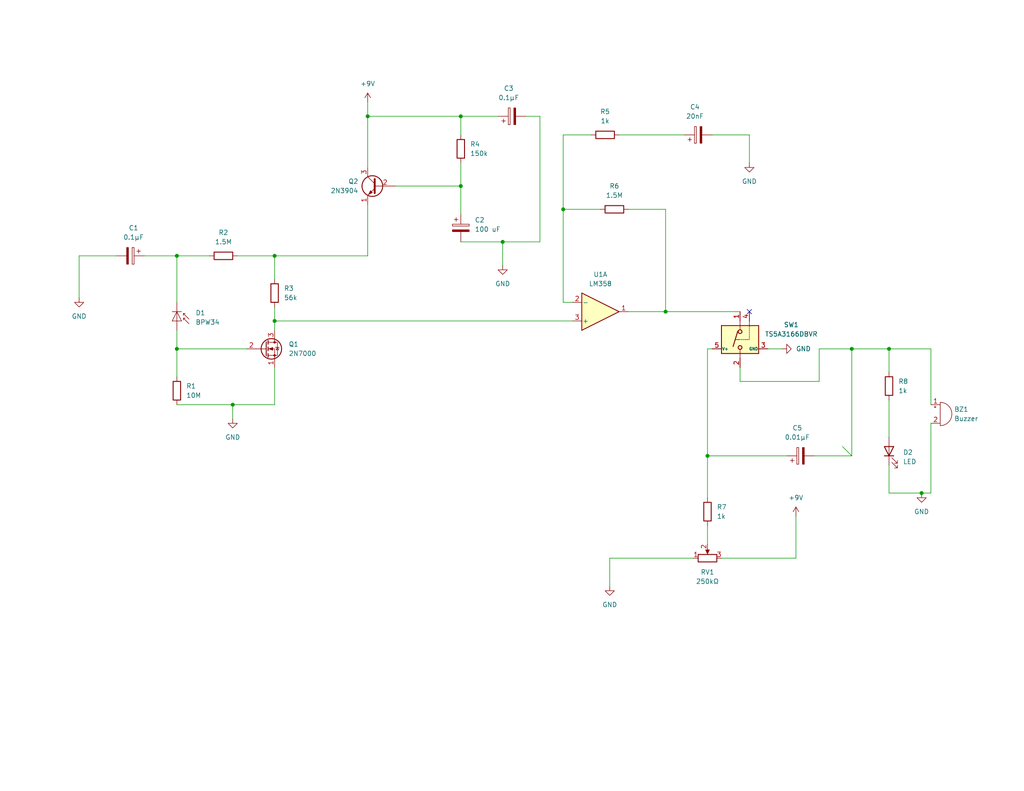
<source format=kicad_sch>
(kicad_sch (version 20211123) (generator eeschema)
  (paper "USLetter")
  (title_block (title "gammaray2usb") (date "2021-12-27") (rev "0.2") (company "Fork Sand, Inc."))
  (lib_symbols
    (symbol "Amplifier_Operational:LM358" (pin_names (offset 0.127))
      (property "Reference" "U" (at 0 5.08 0))
      (property "Value" "LM358" (at 0 -5.08 0))
      (symbol "LM358_1_1"
        (polyline (pts (xy -5.08 5.08) (xy 5.08 0) (xy -5.08 -5.08) (xy -5.08 5.08)) (stroke (width 0.254)) (fill (type background)))
        (pin output line (at 7.62 0 180) (length 2.54) (name "~") (number "1"))
        (pin input line (at -7.62 -2.54 0) (length 2.54) (name "-") (number "2"))
        (pin input line (at -7.62 2.54 0) (length 2.54) (name "+") (number "3"))
      )
      (symbol "LM358_2_1"
        (polyline (pts (xy -5.08 5.08) (xy 5.08 0) (xy -5.08 -5.08) (xy -5.08 5.08)) (stroke (width 0.254)) (fill (type background)))
        (pin input line (at -7.62 2.54 0) (length 2.54) (name "+") (number "5"))
        (pin input line (at -7.62 -2.54 0) (length 2.54) (name "-") (number "6"))
        (pin output line (at 7.62 0 180) (length 2.54) (name "~") (number "7"))
      )
      (symbol "LM358_3_1"
        (pin power_in line (at -2.54 -7.62 90) (length 3.81) (name "V-") (number "4"))
        (pin power_in line (at -2.54 7.62 270) (length 3.81) (name "V+") (number "8"))
      )
    )
    (symbol "Analog_Switch:TS5A3166DBVR" (pin_names (offset 0.127))
      (property "Reference" "U" (at -3.81 6.35 0))
      (property "Value" "TS5A3166DBVR" (at 3.81 -6.35 0))
      (symbol "TS5A3166DBVR_0_1"
        (polyline (pts (xy -5.08 -2.54) (xy -3.302 -2.54)))
        (polyline (pts (xy -3.048 -2.54) (xy -2.794 -2.54)))
        (polyline (pts (xy -2.54 -2.54) (xy -2.286 -2.54)))
        (polyline (pts (xy -2.032 -2.54) (xy -1.778 -2.54)))
        (polyline (pts (xy -1.524 -2.54) (xy -1.27 -2.54)))
        (polyline (pts (xy -1.016 -2.54) (xy -0.762 -2.54)))
        (polyline (pts (xy -0.508 -2.54) (xy -0.254 -2.54)))
        (polyline (pts (xy 0 -2.032) (xy 0 -1.778)))
        (polyline (pts (xy 0 -1.524) (xy 0 -1.27)))
      )
      (symbol "TS5A3166DBVR_1_1"
        (rectangle (start -3.81 5.08) (end 3.81 -5.08) (stroke (width 0.254)) (fill (type background)))
        (circle (center -2.159 0) (radius 0.508) (stroke (width 0.254)))
        (polyline (pts (xy -5.08 0) (xy -2.794 0)))
        (polyline (pts (xy -2.286 0.635) (xy 1.905 1.905)) (stroke (width 0.254)))
        (polyline (pts (xy 0 -2.54) (xy 0 -2.286)))
        (polyline (pts (xy 0 -2.032) (xy 0 -1.778)))
        (polyline (pts (xy 0 -1.524) (xy 0 -1.27)))
        (polyline (pts (xy 0 -1.016) (xy 0 -0.762)))
        (polyline (pts (xy 0 -0.508) (xy 0 -0.254)))
        (polyline (pts (xy 0 0) (xy 0 0.508)))
        (polyline (pts (xy 0 0.254) (xy 0 1.27)))
        (polyline (pts (xy 5.08 0) (xy 2.794 0)))
        (circle (center 2.159 0) (radius 0.508) (stroke (width 0.254)))
        (pin passive line (at -7.62 0 0) (length 2.54) (name "~") (number "1"))
        (pin passive line (at 7.62 0 180) (length 2.54) (name "~") (number "2"))
        (pin power_in line (at 2.54 -7.62 90) (length 2.54) (name "GND") (number "3"))
        (pin input line (at -7.62 -2.54 0) (length 2.54) (name "~") (number "4"))
        (pin power_in line (at 2.54 7.62 270) (length 2.54) (name "V+") (number "5"))
      )
    )
    (symbol "Device:Buzzer" (pin_names (offset 0.0254) hide)
      (property "Reference" "BZ" (at 3.81 1.27 0))
      (property "Value" "Buzzer" (at 3.81 -1.27 0))
      (symbol "Buzzer_0_1"
        (arc (start 0 -3.175) (mid 3.175 0) (end 0 3.175))
        (polyline (pts (xy -1.651 1.905) (xy -1.143 1.905)))
        (polyline (pts (xy -1.397 2.159) (xy -1.397 1.651)))
        (polyline (pts (xy 0 3.175) (xy 0 -3.175)))
      )
      (symbol "Buzzer_1_1"
        (pin passive line (at -2.54 2.54 0) (length 2.54) (name "-") (number "1"))
        (pin passive line (at -2.54 -2.54 0) (length 2.54) (name "+") (number "2"))
      )
    )
    (symbol "Device:C_Polarized" (pin_numbers hide) (pin_names (offset 0.254))
      (property "Reference" "C" (at 0.635 2.54 0))
      (property "Value" "C_Polarized" (at 0.635 -2.54 0))
      (symbol "C_Polarized_0_1"
        (rectangle (start -2.286 0.508) (end 2.286 1.016))
        (polyline (pts (xy -1.778 2.286) (xy -0.762 2.286)))
        (polyline (pts (xy -1.27 2.794) (xy -1.27 1.778)))
        (rectangle (start 2.286 -0.508) (end -2.286 -1.016) (fill (type outline)))
      )
      (symbol "C_Polarized_1_1"
        (pin passive line (at 0 3.81 270) (length 2.794) (name "~") (number "1"))
        (pin passive line (at 0 -3.81 90) (length 2.794) (name "~") (number "2"))
      )
    )
    (symbol "Device:LED" (pin_numbers hide) (pin_names (offset 1.016) hide)
      (property "Reference" "D" (at 0 2.54 0))
      (property "Value" "LED" (at 0 -2.54 0))
      (symbol "LED_0_1"
        (polyline (pts (xy -1.27 -1.27) (xy -1.27 1.27)) (stroke (width 0.254)))
        (polyline (pts (xy -1.27 0) (xy 1.27 0)))
        (polyline (pts (xy 1.27 -1.27) (xy 1.27 1.27) (xy -1.27 0) (xy 1.27 -1.27)) (stroke (width 0.254)))
        (polyline (pts (xy -3.048 -0.762) (xy -4.572 -2.286) (xy -3.81 -2.286) (xy -4.572 -2.286) (xy -4.572 -1.524)))
        (polyline (pts (xy -1.778 -0.762) (xy -3.302 -2.286) (xy -2.54 -2.286) (xy -3.302 -2.286) (xy -3.302 -1.524)))
      )
      (symbol "LED_1_1"
        (pin passive line (at -3.81 0 0) (length 2.54) (name "K") (number "1"))
        (pin passive line (at 3.81 0 180) (length 2.54) (name "A") (number "2"))
      )
    )
    (symbol "Device:R" (pin_numbers hide) (pin_names (offset 0))
      (property "Reference" "R" (at 2.032 0 90))
      (property "Value" "R" (at 0 0 90))
      (symbol "R_0_1"
        (rectangle (start -1.016 -2.54) (end 1.016 2.54) (stroke (width 0.254)))
      )
      (symbol "R_1_1"
        (pin passive line (at 0 3.81 270) (length 1.27) (name "~") (number "1"))
        (pin passive line (at 0 -3.81 90) (length 1.27) (name "~") (number "2"))
      )
    )
    (symbol "Device:R_Potentiometer" (pin_names (offset 1.016) hide)
      (property "Reference" "RV" (at -4.445 0 90))
      (property "Value" "R_Potentiometer" (at -2.54 0 90))
      (symbol "R_Potentiometer_0_1"
        (polyline (pts (xy 2.54 0) (xy 1.524 0)))
        (polyline (pts (xy 1.143 0) (xy 2.286 0.508) (xy 2.286 -0.508) (xy 1.143 0)) (fill (type outline)))
        (rectangle (start 1.016 2.54) (end -1.016 -2.54) (stroke (width 0.254)))
      )
      (symbol "R_Potentiometer_1_1"
        (pin passive line (at 0 3.81 270) (length 1.27) (name "1") (number "1"))
        (pin passive line (at 3.81 0 180) (length 1.27) (name "2") (number "2"))
        (pin passive line (at 0 -3.81 90) (length 1.27) (name "3") (number "3"))
      )
    )
    (symbol "Sensor_Optical:BPW34" (pin_numbers hide) (pin_names (offset 1.016) hide)
      (property "Reference" "D" (at 0.508 1.778 0))
      (property "Value" "BPW34" (at -1.016 -2.794 0))
      (symbol "BPW34_0_1"
        (polyline (pts (xy -2.54 1.27) (xy -2.54 -1.27)) (stroke (width 0.1524)))
        (polyline (pts (xy -2.032 1.778) (xy -1.524 1.778)))
        (polyline (pts (xy 0 -1.27) (xy 0 1.27)))
        (polyline (pts (xy 0 0) (xy -2.54 0)))
        (polyline (pts (xy -0.508 3.302) (xy -2.032 1.778) (xy -2.032 2.286)))
        (polyline (pts (xy 0 1.27) (xy -2.54 0) (xy 0 -1.27)))
        (polyline (pts (xy 0.762 3.302) (xy -0.762 1.778) (xy -0.762 2.286) (xy -0.762 1.778) (xy -0.254 1.778)))
      )
      (symbol "BPW34_1_1"
        (pin passive line (at -5.08 0 0) (length 2.54) (name "K") (number "1"))
        (pin passive line (at 2.54 0 180) (length 2.54) (name "A") (number "2"))
      )
    )
    (symbol "Transistor_BJT:2N3904" (pin_names (offset 0) hide)
      (property "Reference" "Q" (at 5.08 1.905 0))
      (property "Value" "2N3904" (at 5.08 0 0))
      (symbol "2N3904_0_1"
        (polyline (pts (xy 0.635 0.635) (xy 2.54 2.54)))
        (polyline (pts (xy 0.635 -0.635) (xy 2.54 -2.54) (xy 2.54 -2.54)))
        (polyline (pts (xy 0.635 1.905) (xy 0.635 -1.905) (xy 0.635 -1.905)) (stroke (width 0.508)))
        (polyline (pts (xy 1.27 -1.778) (xy 1.778 -1.27) (xy 2.286 -2.286) (xy 1.27 -1.778) (xy 1.27 -1.778)) (fill (type outline)))
        (circle (center 1.27 0) (radius 2.8194) (stroke (width 0.254)))
      )
      (symbol "2N3904_1_1"
        (pin passive line (at 2.54 -5.08 90) (length 2.54) (name "E") (number "1"))
        (pin passive line (at -5.08 0 0) (length 5.715) (name "B") (number "2"))
        (pin passive line (at 2.54 5.08 270) (length 2.54) (name "C") (number "3"))
      )
    )
    (symbol "Transistor_FET:2N7000" (pin_names hide)
      (property "Reference" "Q" (at 5.08 1.905 0))
      (property "Value" "2N7000" (at 5.08 0 0))
      (symbol "2N7000_0_1"
        (polyline (pts (xy 0.254 0) (xy -2.54 0)))
        (polyline (pts (xy 0.254 1.905) (xy 0.254 -1.905)) (stroke (width 0.254)))
        (polyline (pts (xy 0.762 -1.27) (xy 0.762 -2.286)) (stroke (width 0.254)))
        (polyline (pts (xy 0.762 0.508) (xy 0.762 -0.508)) (stroke (width 0.254)))
        (polyline (pts (xy 0.762 2.286) (xy 0.762 1.27)) (stroke (width 0.254)))
        (polyline (pts (xy 2.54 2.54) (xy 2.54 1.778)))
        (polyline (pts (xy 2.54 -2.54) (xy 2.54 0) (xy 0.762 0)))
        (polyline (pts (xy 0.762 -1.778) (xy 3.302 -1.778) (xy 3.302 1.778) (xy 0.762 1.778)))
        (polyline (pts (xy 1.016 0) (xy 2.032 0.381) (xy 2.032 -0.381) (xy 1.016 0)) (fill (type outline)))
        (polyline (pts (xy 2.794 0.508) (xy 2.921 0.381) (xy 3.683 0.381) (xy 3.81 0.254)))
        (polyline (pts (xy 3.302 0.381) (xy 2.921 -0.254) (xy 3.683 -0.254) (xy 3.302 0.381)))
        (circle (center 1.651 0) (radius 2.794) (stroke (width 0.254)))
        (circle (center 2.54 -1.778) (radius 0.254) (fill (type outline)))
        (circle (center 2.54 1.778) (radius 0.254) (fill (type outline)))
      )
      (symbol "2N7000_1_1"
        (pin passive line (at 2.54 -5.08 90) (length 2.54) (name "S") (number "1"))
        (pin input line (at -5.08 0 0) (length 2.54) (name "G") (number "2"))
        (pin passive line (at 2.54 5.08 270) (length 2.54) (name "D") (number "3"))
      )
    )
    (symbol "power:+9V" (power) (pin_names (offset 0))
      (property "Value" "+9V" (at 0 3.556 0))
      (symbol "+9V_0_1"
        (polyline (pts (xy -0.762 1.27) (xy 0 2.54)))
        (polyline (pts (xy 0 0) (xy 0 2.54)))
        (polyline (pts (xy 0 2.54) (xy 0.762 1.27)))
      )
      (symbol "+9V_1_1"
        (pin power_in line (at 0 0 90) (length 0) hide (name "+9V") (number "1"))
      )
    )
    (symbol "power:GND" (power) (pin_names (offset 0))
      (property "Value" "GND" (at 0 -3.81 0))
      (symbol "GND_0_1"
        (polyline (pts (xy 0 0) (xy 0 -1.27) (xy 1.27 -1.27) (xy 0 -2.54) (xy -1.27 -1.27) (xy 0 -1.27)))
      )
      (symbol "GND_1_1"
        (pin power_in line (at 0 0 270) (length 0) hide (name "GND") (number "1"))
      )
    )
  )
  (junction (at 251.46 134.62))
  (junction (at 48.26 69.85))
  (junction (at 242.57 95.25))
  (junction (at 153.67 57.15))
  (junction (at 48.26 95.25))
  (junction (at 125.73 31.75))
  (junction (at 74.93 87.63))
  (junction (at 125.73 50.8))
  (junction (at 232.41 95.25))
  (junction (at 181.61 85.09))
  (junction (at 193.04 124.46))
  (junction (at 100.33 31.75))
  (junction (at 74.93 69.85))
  (junction (at 137.16 66.04))
  (junction (at 63.5 110.49))
  (no_connect (at 204.47 85.09))
  (bus_entry (at 229.87 121.92) (size 2.54 2.54))
  (wire (pts (xy 251.46 134.62) (xy 254 134.62)))
  (wire (pts (xy 137.16 66.04) (xy 137.16 72.39)))
  (wire (pts (xy 181.61 85.09) (xy 201.93 85.09)))
  (wire (pts (xy 156.21 82.55) (xy 153.67 82.55)))
  (wire (pts (xy 48.26 69.85) (xy 48.26 82.55)))
  (wire (pts (xy 100.33 55.88) (xy 100.33 69.85)))
  (wire (pts (xy 48.26 69.85) (xy 57.15 69.85)))
  (wire (pts (xy 143.51 31.75) (xy 147.32 31.75)))
  (wire (pts (xy 254 115.57) (xy 254 134.62)))
  (wire (pts (xy 153.67 36.83) (xy 161.29 36.83)))
  (wire (pts (xy 166.37 152.4) (xy 166.37 160.02)))
  (wire (pts (xy 196.85 152.4) (xy 217.17 152.4)))
  (wire (pts (xy 100.33 69.85) (xy 74.93 69.85)))
  (wire (pts (xy 254 95.25) (xy 242.57 95.25)))
  (wire (pts (xy 204.47 36.83) (xy 204.47 44.45)))
  (wire (pts (xy 193.04 124.46) (xy 193.04 95.25)))
  (wire (pts (xy 242.57 134.62) (xy 251.46 134.62)))
  (wire (pts (xy 222.25 124.46) (xy 232.41 124.46)))
  (wire (pts (xy 193.04 124.46) (xy 193.04 135.89)))
  (wire (pts (xy 242.57 95.25) (xy 232.41 95.25)))
  (wire (pts (xy 223.52 104.14) (xy 223.52 95.25)))
  (wire (pts (xy 48.26 95.25) (xy 48.26 102.87)))
  (wire (pts (xy 125.73 31.75) (xy 125.73 36.83)))
  (wire (pts (xy 254 110.49) (xy 254 95.25)))
  (wire (pts (xy 193.04 95.25) (xy 194.31 95.25)))
  (wire (pts (xy 74.93 83.82) (xy 74.93 87.63)))
  (wire (pts (xy 39.37 69.85) (xy 48.26 69.85)))
  (wire (pts (xy 137.16 66.04) (xy 147.32 66.04)))
  (wire (pts (xy 147.32 31.75) (xy 147.32 66.04)))
  (wire (pts (xy 107.95 50.8) (xy 125.73 50.8)))
  (wire (pts (xy 100.33 27.94) (xy 100.33 31.75)))
  (wire (pts (xy 74.93 87.63) (xy 74.93 90.17)))
  (wire (pts (xy 242.57 127) (xy 242.57 134.62)))
  (wire (pts (xy 125.73 50.8) (xy 125.73 58.42)))
  (wire (pts (xy 168.91 36.83) (xy 186.69 36.83)))
  (wire (pts (xy 201.93 104.14) (xy 223.52 104.14)))
  (wire (pts (xy 64.77 69.85) (xy 74.93 69.85)))
  (wire (pts (xy 125.73 31.75) (xy 135.89 31.75)))
  (wire (pts (xy 181.61 57.15) (xy 181.61 85.09)))
  (wire (pts (xy 242.57 95.25) (xy 242.57 101.6)))
  (wire (pts (xy 74.93 87.63) (xy 156.21 87.63)))
  (wire (pts (xy 171.45 85.09) (xy 181.61 85.09)))
  (wire (pts (xy 125.73 66.04) (xy 137.16 66.04)))
  (wire (pts (xy 189.23 152.4) (xy 166.37 152.4)))
  (wire (pts (xy 153.67 57.15) (xy 163.83 57.15)))
  (wire (pts (xy 193.04 143.51) (xy 193.04 148.59)))
  (wire (pts (xy 21.59 81.28) (xy 21.59 69.85)))
  (wire (pts (xy 171.45 57.15) (xy 181.61 57.15)))
  (wire (pts (xy 223.52 95.25) (xy 232.41 95.25)))
  (wire (pts (xy 63.5 110.49) (xy 74.93 110.49)))
  (wire (pts (xy 74.93 100.33) (xy 74.93 110.49)))
  (wire (pts (xy 242.57 109.22) (xy 242.57 119.38)))
  (wire (pts (xy 209.55 95.25) (xy 213.36 95.25)))
  (wire (pts (xy 21.59 69.85) (xy 31.75 69.85)))
  (wire (pts (xy 153.67 57.15) (xy 153.67 36.83)))
  (wire (pts (xy 153.67 82.55) (xy 153.67 57.15)))
  (wire (pts (xy 193.04 124.46) (xy 214.63 124.46)))
  (wire (pts (xy 217.17 140.97) (xy 217.17 152.4)))
  (wire (pts (xy 74.93 69.85) (xy 74.93 76.2)))
  (wire (pts (xy 63.5 110.49) (xy 63.5 114.3)))
  (wire (pts (xy 48.26 90.17) (xy 48.26 95.25)))
  (wire (pts (xy 201.93 100.33) (xy 201.93 104.14)))
  (wire (pts (xy 194.31 36.83) (xy 204.47 36.83)))
  (wire (pts (xy 48.26 110.49) (xy 63.5 110.49)))
  (wire (pts (xy 232.41 95.25) (xy 232.41 124.46)))
  (wire (pts (xy 100.33 31.75) (xy 125.73 31.75)))
  (wire (pts (xy 100.33 31.75) (xy 100.33 45.72)))
  (wire (pts (xy 125.73 44.45) (xy 125.73 50.8)))
  (wire (pts (xy 48.26 95.25) (xy 67.31 95.25)))
  (symbol (lib_id "Device:C_Polarized") (at 125.73 62.23 0) (unit 1)
    (property "Reference" "C2" (at 129.54 60.0709 0) (effects (justify left)))
    (property "Value" "100 uF" (at 129.54 62.6109 0) (effects (justify left)))
    (property "Footprint" "Capacitor_THT:CP_Axial_L10.0mm_D4.5mm_P15.00mm_Horizontal" (effects hide))
  )
  (symbol (lib_id "Device:C_Polarized") (at 139.7 31.75 90) (unit 1)
    (property "Reference" "C3" (at 138.811 24.13 90))
    (property "Value" "0.1µF" (at 138.811 26.67 90))
    (property "Footprint" "Capacitor_THT:CP_Axial_L10.0mm_D4.5mm_P15.00mm_Horizontal" (effects hide))
  )
  (symbol (lib_id "power:GND") (at 213.36 95.25 90) (unit 1)
    (property "Reference" "#PWR07" (effects hide))
    (property "Value" "GND" (at 217.17 95.2499 90) (effects (justify right)))
  )
  (symbol (lib_id "power:GND") (at 137.16 72.39 0) (unit 1)
    (property "Reference" "#PWR04" (effects hide))
    (property "Value" "GND" (at 137.16 77.47 0))
  )
  (symbol (lib_id "Device:R") (at 193.04 139.7 180) (unit 1)
    (property "Reference" "R7" (at 195.58 138.4299 0) (effects (justify right)))
    (property "Value" "1k" (at 195.58 140.9699 0) (effects (justify right)))
    (property "Footprint" "Resistor_THT:R_Axial_DIN0207_L6.3mm_D2.5mm_P10.16mm_Horizontal" (effects hide))
  )
  (symbol (lib_id "Transistor_BJT:2N3904") (at 102.87 50.8 0) (mirror y) (unit 1)
    (property "Reference" "Q2" (at 97.79 49.5299 0) (effects (justify left)))
    (property "Value" "2N3904" (at 97.79 52.0699 0) (effects (justify left)))
    (property "Footprint" "Package_TO_SOT_THT:TO-92_Inline" (effects hide))
    (property "Datasheet" "https://www.onsemi.com/pub/Collateral/2N3903-D.PDF" (effects hide))
  )
  (symbol (lib_id "Device:R") (at 60.96 69.85 90) (unit 1)
    (property "Reference" "R2" (at 60.96 63.5 90))
    (property "Value" "1.5M" (at 60.96 66.04 90))
    (property "Footprint" "Resistor_THT:R_Axial_DIN0207_L6.3mm_D2.5mm_P10.16mm_Horizontal" (effects hide))
  )
  (symbol (lib_id "Device:R") (at 125.73 40.64 0) (unit 1)
    (property "Reference" "R4" (at 128.27 39.3699 0) (effects (justify left)))
    (property "Value" "150k" (at 128.27 41.9099 0) (effects (justify left)))
    (property "Footprint" "Resistor_THT:R_Axial_DIN0207_L6.3mm_D2.5mm_P10.16mm_Horizontal" (effects hide))
  )
  (symbol (lib_id "Device:LED") (at 242.57 123.19 90) (unit 1)
    (property "Reference" "D2" (at 246.38 123.5074 90) (effects (justify right)))
    (property "Value" "LED" (at 246.38 126.0474 90) (effects (justify right)))
    (property "Footprint" "LED_THT:LED_D5.0mm" (effects hide))
  )
  (symbol (lib_id "Device:R") (at 167.64 57.15 90) (unit 1)
    (property "Reference" "R6" (at 167.64 50.8 90))
    (property "Value" "1.5M" (at 167.64 53.34 90))
    (property "Footprint" "Resistor_THT:R_Axial_DIN0207_L6.3mm_D2.5mm_P10.16mm_Horizontal" (effects hide))
  )
  (symbol (lib_id "power:GND") (at 251.46 134.62 0) (unit 1)
    (property "Reference" "#PWR09" (effects hide))
    (property "Value" "GND" (at 251.46 139.7 0))
  )
  (symbol (lib_id "Device:R") (at 165.1 36.83 90) (unit 1)
    (property "Reference" "R5" (at 165.1 30.48 90))
    (property "Value" "1k" (at 165.1 33.02 90))
    (property "Footprint" "Resistor_THT:R_Axial_DIN0207_L6.3mm_D2.5mm_P10.16mm_Horizontal" (effects hide))
  )
  (symbol (lib_id "Device:R") (at 48.26 106.68 0) (unit 1)
    (property "Reference" "R1" (at 50.8 105.4099 0) (effects (justify left)))
    (property "Value" "10M" (at 50.8 107.9499 0) (effects (justify left)))
    (property "Footprint" "Resistor_THT:R_Axial_DIN0207_L6.3mm_D2.5mm_P10.16mm_Horizontal" (effects hide))
  )
  (symbol (lib_id "Device:C_Polarized") (at 190.5 36.83 90) (unit 1)
    (property "Reference" "C4" (at 189.611 29.21 90))
    (property "Value" "20nF" (at 189.611 31.75 90))
    (property "Footprint" "Capacitor_THT:CP_Axial_L10.0mm_D4.5mm_P15.00mm_Horizontal" (effects hide))
  )
  (symbol (lib_id "Transistor_FET:2N7000") (at 72.39 95.25 0) (unit 1)
    (property "Reference" "Q1" (at 78.74 93.9799 0) (effects (justify left)))
    (property "Value" "2N7000" (at 78.74 96.5199 0) (effects (justify left)))
    (property "Footprint" "Package_TO_SOT_THT:TO-92_Inline" (effects hide))
    (property "Datasheet" "https://www.onsemi.com/pub/Collateral/NDS7002A-D.PDF" (effects hide))
  )
  (symbol (lib_id "Device:Buzzer") (at 256.54 113.03 0) (unit 1)
    (property "Reference" "BZ1" (at 260.35 111.7599 0) (effects (justify left)))
    (property "Value" "Buzzer" (at 260.35 114.2999 0) (effects (justify left)))
    (property "Footprint" "Buzzer_Beeper:Buzzer_15x7.5RM7.6" (effects hide))
  )
  (symbol (lib_id "Analog_Switch:TS5A3166DBVR") (at 201.93 92.71 90) (mirror x) (unit 1)
    (property "Reference" "SW1" (at 215.9 88.6712 90))
    (property "Value" "TS5A3166DBVR" (at 215.9 91.2112 90))
    (property "Footprint" "Package_TO_SOT_SMD:SOT-23-5" (effects hide))
    (property "Datasheet" " http://www.ti.com/lit/ds/symlink/ts5a3166.pdf" (effects hide))
  )
  (symbol (lib_id "Sensor_Optical:BPW34") (at 48.26 87.63 270) (unit 1)
    (property "Reference" "D1" (at 53.34 85.4328 90) (effects (justify left)))
    (property "Value" "BPW34" (at 53.34 87.9728 90) (effects (justify left)))
    (property "Footprint" "OptoDevice:Osram_DIL2_4.3x4.65mm_P5.08mm" (effects hide))
    (property "Datasheet" "http://www.vishay.com/docs/81521/bpw34.pdf" (effects hide))
  )
  (symbol (lib_id "Device:R") (at 74.93 80.01 0) (unit 1)
    (property "Reference" "R3" (at 77.47 78.7399 0) (effects (justify left)))
    (property "Value" "56k" (at 77.47 81.2799 0) (effects (justify left)))
    (property "Footprint" "Resistor_THT:R_Axial_DIN0207_L6.3mm_D2.5mm_P10.16mm_Horizontal" (effects hide))
  )
  (symbol (lib_id "Device:R") (at 242.57 105.41 180) (unit 1)
    (property "Reference" "R8" (at 245.11 104.1399 0) (effects (justify right)))
    (property "Value" "1k" (at 245.11 106.6799 0) (effects (justify right)))
    (property "Footprint" "Resistor_THT:R_Axial_DIN0207_L6.3mm_D2.5mm_P10.16mm_Horizontal" (effects hide))
  )
  (symbol (lib_id "power:GND") (at 21.59 81.28 0) (unit 1)
    (property "Reference" "#PWR01" (effects hide))
    (property "Value" "GND" (at 21.59 86.36 0))
  )
  (symbol (lib_id "Amplifier_Operational:LM358") (at 163.83 85.09 0) (mirror x) (unit 1)
    (property "Reference" "U1" (at 163.83 74.93 0))
    (property "Value" "LM358" (at 163.83 77.47 0))
    (property "Footprint" "Package_DIP:DIP-8_W7.62mm" (effects hide))
    (property "Datasheet" "http://www.ti.com/lit/ds/symlink/lm2904-n.pdf" (effects hide))
  )
  (symbol (lib_id "power:GND") (at 166.37 160.02 0) (unit 1)
    (property "Reference" "#PWR05" (effects hide))
    (property "Value" "GND" (at 166.37 165.1 0))
  )
  (symbol (lib_id "power:GND") (at 204.47 44.45 0) (unit 1)
    (property "Reference" "#PWR06" (effects hide))
    (property "Value" "GND" (at 204.47 49.53 0))
  )
  (symbol (lib_id "Device:C_Polarized") (at 218.44 124.46 90) (unit 1)
    (property "Reference" "C5" (at 217.551 116.84 90))
    (property "Value" "0.01µF" (at 217.551 119.38 90))
    (property "Footprint" "Capacitor_THT:CP_Axial_L10.0mm_D4.5mm_P15.00mm_Horizontal" (effects hide))
  )
  (symbol (lib_id "power:GND") (at 63.5 114.3 0) (unit 1)
    (property "Reference" "#PWR02" (effects hide))
    (property "Value" "GND" (at 63.5 119.38 0))
  )
  (symbol (lib_id "Device:C_Polarized") (at 35.56 69.85 270) (unit 1)
    (property "Reference" "C1" (at 36.449 62.23 90))
    (property "Value" "0.1µF" (at 36.449 64.77 90))
    (property "Footprint" "Capacitor_THT:CP_Axial_L10.0mm_D4.5mm_P15.00mm_Horizontal" (effects hide))
  )
  (symbol (lib_id "power:+9V") (at 100.33 27.94 0) (unit 1)
    (property "Reference" "#PWR03" (effects hide))
    (property "Value" "+9V" (at 100.33 22.86 0))
  )
  (symbol (lib_id "power:+9V") (at 217.17 140.97 0) (unit 1)
    (property "Reference" "#PWR08" (effects hide))
    (property "Value" "+9V" (at 217.17 135.89 0))
  )
  (symbol (lib_id "Device:R_Potentiometer") (at 193.04 152.4 90) (unit 1)
    (property "Reference" "RV1" (at 193.04 156.21 90))
    (property "Value" "250kΩ" (at 193.04 158.75 90))
    (property "Footprint" "Potentiometer_THT:Potentiometer_Vishay_T7-YA_Single_Vertical" (effects hide))
  )
)
</source>
